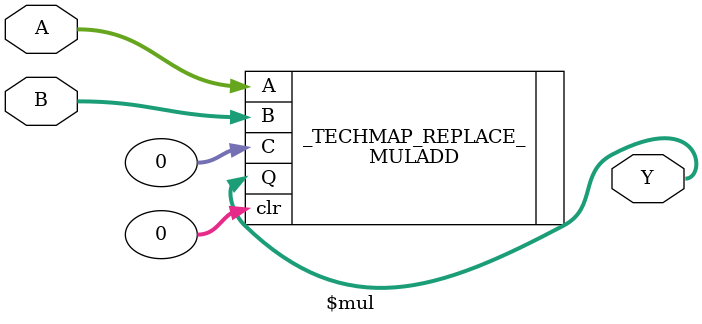
<source format=v>

	
//	MULADD #(.MODE(1) ) muladd1 (.A(A), .B(B));
//endmodule

module $mul (A, B, Y);
	parameter A_SIGNED = 0;
	parameter B_SIGNED = 0;
	parameter A_WIDTH = 0;
	parameter B_WIDTH = 0;
	parameter Y_WIDTH = 0;

	input [A_WIDTH-1:0] A;
	input [B_WIDTH-1:0] B;
	output [Y_WIDTH-1:0] Y;

	if (A_SIGNED || B_SIGNED) begin
		wire _TECHMAP_FAIL_ = 1;
	end

	MULADD #() _TECHMAP_REPLACE_ (.Q(Y), .A(A), .B(B), .C(0), .clr(0)); 

endmodule

</source>
